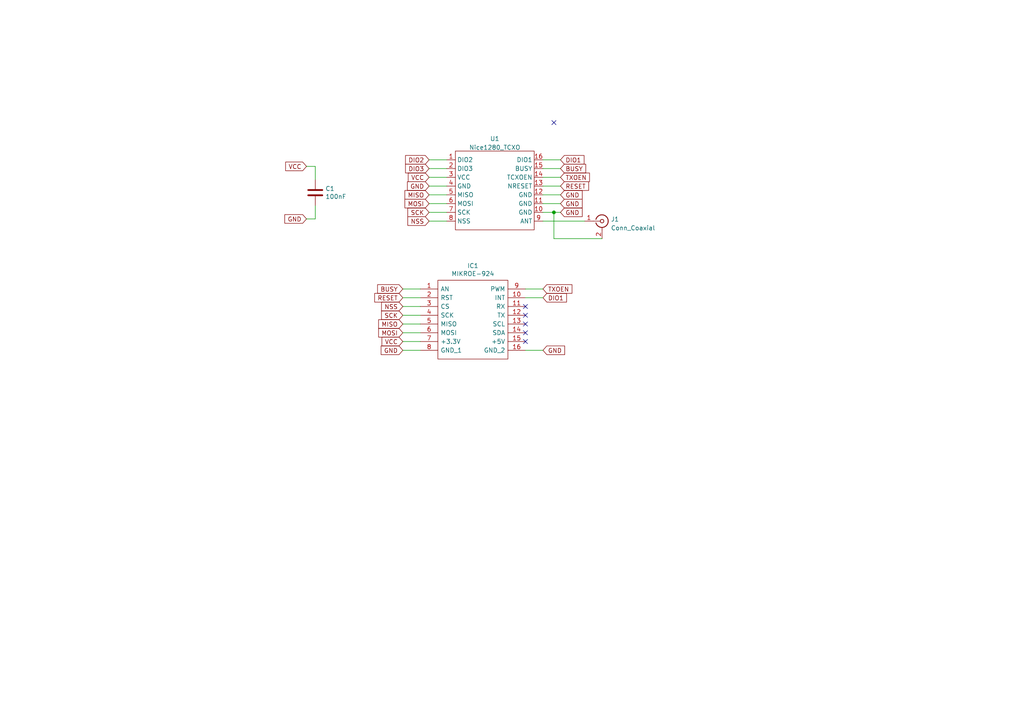
<source format=kicad_sch>
(kicad_sch (version 20211123) (generator eeschema)
  (paper "A4")
  (title_block (title "Mikrobus Board Adaptor for NiceRF LORA 1280 TCXO Module") (date "2022-12-14") (company "F5MDY") (comment 1 "VY 73"))
  (lib_symbols
    (symbol "Connector:Conn_Coaxial" (pin_names (offset 1.016) hide)
      (property "Reference" "J" (at 0.254 3.048 0))
      (property "Value" "Conn_Coaxial" (at 2.921 0 90))
      (symbol "Conn_Coaxial_0_1"
        (arc (start -1.778 -0.508) (mid 0.222 -1.808) (end 1.778 0) (stroke (width 0.254)))
        (polyline (pts (xy -2.54 0) (xy -0.508 0)))
        (polyline (pts (xy 0 -2.54) (xy 0 -1.778)))
        (circle (center 0 0) (radius 0.508) (stroke (width 0.2032)))
        (arc (start 1.778 0) (mid 0.222 1.8083) (end -1.778 0.508) (stroke (width 0.254)))
      )
      (symbol "Conn_Coaxial_1_1"
        (pin passive line (at -5.08 0 0) (length 2.54) (name "In") (number "1"))
        (pin passive line (at 0 -5.08 90) (length 2.54) (name "Ext") (number "2"))
      )
    )
    (symbol "Device:C" (pin_numbers hide) (pin_names (offset 0.254))
      (property "Reference" "C" (at 0.635 2.54 0))
      (property "Value" "C" (at 0.635 -2.54 0))
      (symbol "C_0_1"
        (polyline (pts (xy -2.032 -0.762) (xy 2.032 -0.762)) (stroke (width 0.508)))
        (polyline (pts (xy -2.032 0.762) (xy 2.032 0.762)) (stroke (width 0.508)))
      )
      (symbol "C_1_1"
        (pin passive line (at 0 3.81 270) (length 2.794) (name "~") (number "1"))
        (pin passive line (at 0 -3.81 90) (length 2.794) (name "~") (number "2"))
      )
    )
    (symbol "MIKROE-924:MIKROE-924" (pin_names (offset 0.762))
      (property "Reference" "IC" (at 26.67 7.62 0))
      (property "Value" "MIKROE-924" (at 26.67 5.08 0))
      (symbol "MIKROE-924_0_0"
        (pin passive line (at 0 0 0) (length 5.08) (name "AN") (number "1"))
        (pin passive line (at 30.48 -2.54 180) (length 5.08) (name "INT") (number "10"))
        (pin passive line (at 30.48 -5.08 180) (length 5.08) (name "RX") (number "11"))
        (pin passive line (at 30.48 -7.62 180) (length 5.08) (name "TX") (number "12"))
        (pin passive line (at 30.48 -10.16 180) (length 5.08) (name "SCL") (number "13"))
        (pin passive line (at 30.48 -12.7 180) (length 5.08) (name "SDA") (number "14"))
        (pin passive line (at 30.48 -15.24 180) (length 5.08) (name "+5V") (number "15"))
        (pin passive line (at 30.48 -17.78 180) (length 5.08) (name "GND_2") (number "16"))
        (pin passive line (at 0 -2.54 0) (length 5.08) (name "RST") (number "2"))
        (pin passive line (at 0 -5.08 0) (length 5.08) (name "CS") (number "3"))
        (pin passive line (at 0 -7.62 0) (length 5.08) (name "SCK") (number "4"))
        (pin passive line (at 0 -10.16 0) (length 5.08) (name "MISO") (number "5"))
        (pin passive line (at 0 -12.7 0) (length 5.08) (name "MOSI") (number "6"))
        (pin passive line (at 0 -15.24 0) (length 5.08) (name "+3.3V") (number "7"))
        (pin passive line (at 0 -17.78 0) (length 5.08) (name "GND_1") (number "8"))
        (pin passive line (at 30.48 0 180) (length 5.08) (name "PWM") (number "9"))
      )
      (symbol "MIKROE-924_0_1"
        (polyline (pts (xy 5.08 2.54) (xy 25.4 2.54) (xy 25.4 -20.32) (xy 5.08 -20.32) (xy 5.08 2.54)) (stroke (width 0.1524)))
      )
    )
    (symbol "Nice1280:Nice1280_TCXO"
      (property "Reference" "U1" (at 2.54 -1.5072 0))
      (property "Value" "Nice1280_TCXO" (at 2.54 -4.0441 0))
      (symbol "Nice1280_TCXO_0_1"
        (rectangle (start -8.89 -5.08) (end 13.97 -27.94))
      )
      (symbol "Nice1280_TCXO_1_1"
        (pin input line (at -11.43 -7.62 0) (length 2.54) (name "DIO2") (number "1"))
        (pin input line (at 16.51 -22.86 180) (length 2.54) (name "GND") (number "10"))
        (pin input line (at 16.51 -20.32 180) (length 2.54) (name "GND") (number "11"))
        (pin input line (at 16.51 -17.78 180) (length 2.54) (name "GND") (number "12"))
        (pin input line (at 16.51 -15.24 180) (length 2.54) (name "NRESET") (number "13"))
        (pin input line (at 16.51 -12.7 180) (length 2.54) (name "TCXOEN") (number "14"))
        (pin input line (at 16.51 -10.16 180) (length 2.54) (name "BUSY") (number "15"))
        (pin input line (at 16.51 -7.62 180) (length 2.54) (name "DIO1") (number "16"))
        (pin input line (at -11.43 -10.16 0) (length 2.54) (name "DIO3") (number "2"))
        (pin input line (at -11.43 -12.7 0) (length 2.54) (name "VCC") (number "3"))
        (pin input line (at -11.43 -15.24 0) (length 2.54) (name "GND") (number "4"))
        (pin input line (at -11.43 -17.78 0) (length 2.54) (name "MISO") (number "5"))
        (pin input line (at -11.43 -20.32 0) (length 2.54) (name "MOSI") (number "6"))
        (pin input line (at -11.43 -22.86 0) (length 2.54) (name "SCK") (number "7"))
        (pin input line (at -11.43 -25.4 0) (length 2.54) (name "NSS") (number "8"))
        (pin input line (at 16.51 -25.4 180) (length 2.54) (name "ANT") (number "9"))
      )
    )
  )
  (junction (at 160.655 61.595))
  (no_connect (at 152.4 96.52))
  (no_connect (at 152.4 93.98))
  (no_connect (at 152.4 99.06))
  (no_connect (at 152.4 91.44))
  (no_connect (at 152.4 88.9))
  (no_connect (at 160.655 35.56))
  (wire (pts (xy 91.44 48.26) (xy 91.44 52.07)))
  (wire (pts (xy 116.84 91.44) (xy 121.92 91.44)))
  (wire (pts (xy 157.48 101.6) (xy 152.4 101.6)))
  (wire (pts (xy 124.46 51.435) (xy 129.54 51.435)))
  (wire (pts (xy 152.4 83.82) (xy 157.48 83.82)))
  (wire (pts (xy 121.92 93.98) (xy 116.84 93.98)))
  (wire (pts (xy 160.655 61.595) (xy 160.655 69.215)))
  (wire (pts (xy 121.92 99.06) (xy 116.84 99.06)))
  (wire (pts (xy 124.46 56.515) (xy 129.54 56.515)))
  (wire (pts (xy 157.48 86.36) (xy 152.4 86.36)))
  (wire (pts (xy 162.56 46.355) (xy 157.48 46.355)))
  (wire (pts (xy 157.48 59.055) (xy 162.56 59.055)))
  (wire (pts (xy 91.44 63.5) (xy 91.44 59.69)))
  (wire (pts (xy 88.9 63.5) (xy 91.44 63.5)))
  (wire (pts (xy 129.54 59.055) (xy 124.46 59.055)))
  (wire (pts (xy 124.46 53.975) (xy 129.54 53.975)))
  (wire (pts (xy 160.655 69.215) (xy 174.625 69.215)))
  (wire (pts (xy 157.48 56.515) (xy 162.56 56.515)))
  (wire (pts (xy 116.84 101.6) (xy 121.92 101.6)))
  (wire (pts (xy 124.46 61.595) (xy 129.54 61.595)))
  (wire (pts (xy 157.48 48.895) (xy 162.56 48.895)))
  (wire (pts (xy 116.84 86.36) (xy 121.92 86.36)))
  (wire (pts (xy 157.48 61.595) (xy 160.655 61.595)))
  (wire (pts (xy 157.48 51.435) (xy 162.56 51.435)))
  (wire (pts (xy 160.655 61.595) (xy 162.56 61.595)))
  (wire (pts (xy 129.54 64.135) (xy 124.46 64.135)))
  (wire (pts (xy 157.48 64.135) (xy 169.545 64.135)))
  (wire (pts (xy 88.9 48.26) (xy 91.44 48.26)))
  (wire (pts (xy 121.92 88.9) (xy 116.84 88.9)))
  (wire (pts (xy 124.46 48.895) (xy 129.54 48.895)))
  (wire (pts (xy 116.84 96.52) (xy 121.92 96.52)))
  (wire (pts (xy 162.56 53.975) (xy 157.48 53.975)))
  (wire (pts (xy 121.92 83.82) (xy 116.84 83.82)))
  (wire (pts (xy 129.54 46.355) (xy 124.46 46.355)))
  (global_label "VCC" (shape input) (at 116.84 99.06 180) (property "Intersheet References" "${INTERSHEET_REFS}" (effects hide)))
  (global_label "GND" (shape input) (at 162.56 61.595 0) (property "Intersheet References" "${INTERSHEET_REFS}" (effects hide)))
  (global_label "SCK" (shape input) (at 124.46 61.595 180) (property "Intersheet References" "${INTERSHEET_REFS}" (effects hide)))
  (global_label "RESET" (shape input) (at 116.84 86.36 180) (property "Intersheet References" "${INTERSHEET_REFS}" (effects hide)))
  (global_label "TXOEN" (shape input) (at 162.56 51.435 0) (property "Intersheet References" "${INTERSHEET_REFS}" (effects hide)))
  (global_label "GND" (shape input) (at 162.56 56.515 0) (property "Intersheet References" "${INTERSHEET_REFS}" (effects hide)))
  (global_label "NSS" (shape input) (at 116.84 88.9 180) (property "Intersheet References" "${INTERSHEET_REFS}" (effects hide)))
  (global_label "VCC" (shape input) (at 124.46 51.435 180) (property "Intersheet References" "${INTERSHEET_REFS}" (effects hide)))
  (global_label "SCK" (shape input) (at 116.84 91.44 180) (property "Intersheet References" "${INTERSHEET_REFS}" (effects hide)))
  (global_label "TXOEN" (shape input) (at 157.48 83.82 0) (property "Intersheet References" "${INTERSHEET_REFS}" (effects hide)))
  (global_label "VCC" (shape input) (at 88.9 48.26 180) (property "Intersheet References" "${INTERSHEET_REFS}" (effects hide)))
  (global_label "BUSY" (shape input) (at 116.84 83.82 180) (property "Intersheet References" "${INTERSHEET_REFS}" (effects hide)))
  (global_label "RESET" (shape input) (at 162.56 53.975 0) (property "Intersheet References" "${INTERSHEET_REFS}" (effects hide)))
  (global_label "GND" (shape input) (at 88.9 63.5 180) (property "Intersheet References" "${INTERSHEET_REFS}" (effects hide)))
  (global_label "BUSY" (shape input) (at 162.56 48.895 0) (property "Intersheet References" "${INTERSHEET_REFS}" (effects hide)))
  (global_label "GND" (shape input) (at 157.48 101.6 0) (property "Intersheet References" "${INTERSHEET_REFS}" (effects hide)))
  (global_label "GND" (shape input) (at 124.46 53.975 180) (property "Intersheet References" "${INTERSHEET_REFS}" (effects hide)))
  (global_label "DIO3" (shape input) (at 124.46 48.895 180) (property "Intersheet References" "${INTERSHEET_REFS}" (effects hide)))
  (global_label "MOSI" (shape input) (at 124.46 59.055 180) (property "Intersheet References" "${INTERSHEET_REFS}" (effects hide)))
  (global_label "GND" (shape input) (at 116.84 101.6 180) (property "Intersheet References" "${INTERSHEET_REFS}" (effects hide)))
  (global_label "MOSI" (shape input) (at 116.84 96.52 180) (property "Intersheet References" "${INTERSHEET_REFS}" (effects hide)))
  (global_label "NSS" (shape input) (at 124.46 64.135 180) (property "Intersheet References" "${INTERSHEET_REFS}" (effects hide)))
  (global_label "MISO" (shape input) (at 116.84 93.98 180) (property "Intersheet References" "${INTERSHEET_REFS}" (effects hide)))
  (global_label "DIO2" (shape input) (at 124.46 46.355 180) (property "Intersheet References" "${INTERSHEET_REFS}" (effects hide)))
  (global_label "DIO1" (shape input) (at 162.56 46.355 0) (property "Intersheet References" "${INTERSHEET_REFS}" (effects hide)))
  (global_label "GND" (shape input) (at 162.56 59.055 0) (property "Intersheet References" "${INTERSHEET_REFS}" (effects hide)))
  (global_label "DIO1" (shape input) (at 157.48 86.36 0) (property "Intersheet References" "${INTERSHEET_REFS}" (effects hide)))
  (global_label "MISO" (shape input) (at 124.46 56.515 180) (property "Intersheet References" "${INTERSHEET_REFS}" (effects hide)))
  (symbol (lib_id "Device:C") (at 91.44 55.88 0) (unit 1)
    (property "Reference" "C1" (at 94.361 54.7116 0) (effects (justify left)))
    (property "Value" "100nF" (at 94.361 57.023 0) (effects (justify left)))
    (property "Footprint" "Capacitor_SMD:C_0805_2012Metric_Pad1.18x1.45mm_HandSolder" (effects hide))
  )
  (symbol (lib_id "MIKROE-924:MIKROE-924") (at 121.92 83.82 0) (unit 1)
    (property "Reference" "IC1" (at 137.16 77.089 0))
    (property "Value" "MIKROE-924" (at 137.16 79.4004 0))
    (property "Footprint" "MIKROE-924:MIKROE924" (effects hide))
    (property "Datasheet" "https://www.mikroe.com/microsd-click" (effects hide))
    (property "Description" "microSD click mikroBUS" (effects hide))
    (property "Height" "5" (effects hide))
    (property "Manufacturer_Name" "MIKROELEKTRONIKA" (effects hide))
    (property "Manufacturer_Part_Number" "MIKROE-924" (effects hide))
    (property "Mouser Part Number" "932-MIKROE-924" (effects hide))
    (property "Mouser Price/Stock" "https://www.mouser.com/Search/Refine.aspx?Keyword=932-MIKROE-924" (effects hide))
  )
  (symbol (lib_id "Connector:Conn_Coaxial") (at 174.625 64.135 0) (unit 1)
    (property "Reference" "J1" (at 177.165 63.5935 0) (effects (justify left)))
    (property "Value" "Conn_Coaxial" (at 177.165 66.1304 0) (effects (justify left)))
    (property "Footprint" "Connector_Coaxial:U.FL_Molex_MCRF_73412-0110_Vertical" (effects hide))
    (property "Datasheet" " ~" (effects hide))
  )
  (symbol (lib_id "Nice1280:Nice1280_TCXO") (at 140.97 38.735 0) (unit 1)
    (property "Reference" "U1" (at 143.51 40.2422 0))
    (property "Value" "Nice1280_TCXO" (at 143.51 42.7791 0))
    (property "Footprint" "RF_Module:HOPERF_RFM9XW_SMD" (effects hide))
  )
)
</source>
